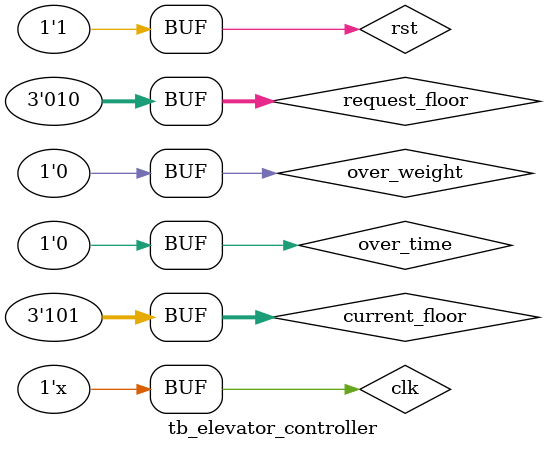
<source format=sv>
module tb_elevator_controller();
reg clk,rst;
reg [2:0] current_floor;
reg [2:0] request_floor;
reg over_time,over_weight;
wire [2:0] next_floor;
wire timer_alert,weight_alert;
wire direction,complete;
elevator_controller a1 (clk,rst,current_floor,request_floor,over_time,over_weight,
                        next_floor,timer_alert,weight_alert,direction,complete);
initial begin
clk=1'b1;
rst=1'b1;  
end 

always #50 clk=~clk;   

initial begin
rst=1'b1;
over_time=1'b0;
over_weight=1'b0;
current_floor=4'd0;
request_floor=4'd0;
#100; 
rst=1'b0;
current_floor=4'd0;
request_floor=4'd3;
#400;
current_floor=4'd3;
request_floor=4'd5;
#400;
current_floor=4'd5;
request_floor=4'd2;
#600;
over_time=1'b1;
over_weight=1'b0;
#200;
over_time=1'b0;
over_weight=1'b1;
#200;
over_time=1'b1;
over_weight=1'b1;
#200;
rst=1'b1;
over_time=1'b0;
over_weight=1'b0;
end  
endmodule
</source>
